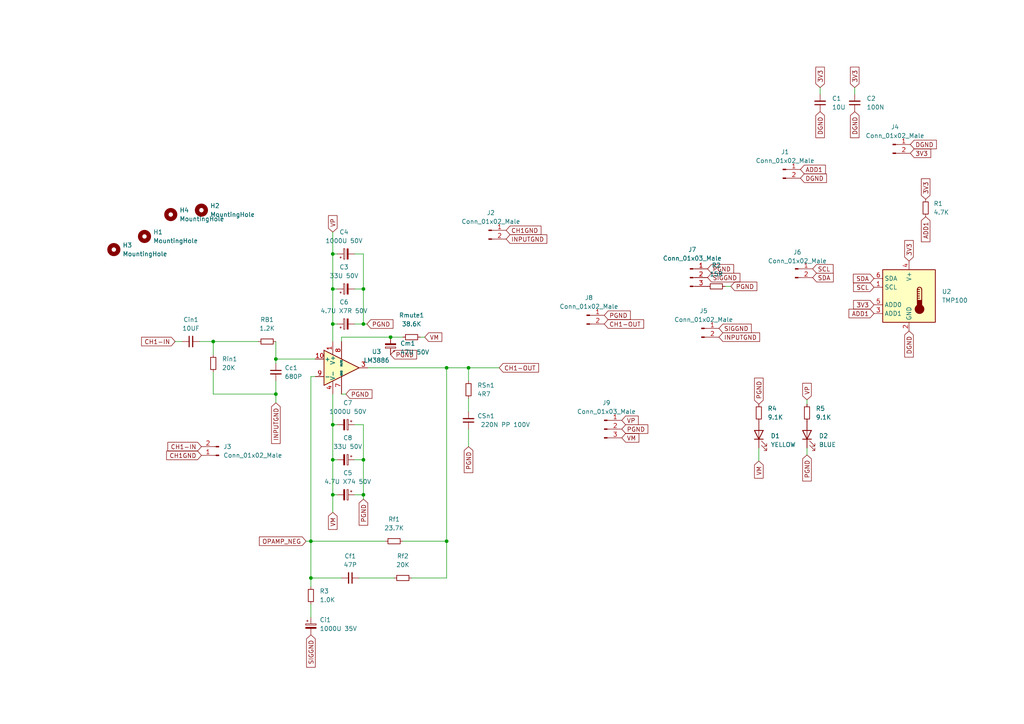
<source format=kicad_sch>
(kicad_sch (version 20230121) (generator eeschema)
  (paper "A4")
  (lib_symbols
    (symbol "Amplifier_Audio:LM3886" (pin_names (offset 0.127))
      (property "Reference" "U" (at 5.08 6.35 0))
      (property "Value" "LM3886" (at 5.08 3.81 0))
      (symbol "LM3886_0_1"
        (polyline (pts (xy -5.08 5.08) (xy 5.08 0) (xy -5.08 -5.08) (xy -5.08 5.08)) (stroke (width 0.254)) (fill (type background)))
      )
      (symbol "LM3886_1_1"
        (pin power_in line (at -2.54 7.62 270) (length 3.81) (name "V+") (number "1"))
        (pin input line (at -7.62 2.54 0) (length 2.54) (name "+") (number "10"))
        (pin no_connect line (at 2.54 2.54 270) (length 2.54) hide (name "NC") (number "11"))
        (pin no_connect line (at -2.54 2.54 270) (length 2.54) hide (name "NC") (number "2"))
        (pin output line (at 7.62 0 180) (length 2.54) (name "~") (number "3"))
        (pin power_in line (at -2.54 -7.62 90) (length 3.81) (name "V-") (number "4"))
        (pin passive line (at -2.54 7.62 270) (length 3.81) hide (name "V+") (number "5"))
        (pin no_connect line (at 0 2.54 270) (length 2.54) hide (name "NC") (number "6"))
        (pin power_in line (at 0 -7.62 90) (length 5.08) (name "GND") (number "7"))
        (pin input line (at 0 7.62 270) (length 5.08) (name "MUTE") (number "8"))
        (pin input line (at -7.62 -2.54 0) (length 2.54) (name "-") (number "9"))
      )
    )
    (symbol "Connector:Conn_01x02_Male" (pin_names (offset 1.016) hide)
      (property "Reference" "J" (at 0 2.54 0))
      (property "Value" "Conn_01x02_Male" (at 0 -5.08 0))
      (symbol "Conn_01x02_Male_1_1"
        (polyline (pts (xy 1.27 -2.54) (xy 0.8636 -2.54)) (stroke (width 0.1524)))
        (polyline (pts (xy 1.27 0) (xy 0.8636 0)) (stroke (width 0.1524)))
        (rectangle (start 0.8636 -2.413) (end 0 -2.667) (stroke (width 0.1524)) (fill (type outline)))
        (rectangle (start 0.8636 0.127) (end 0 -0.127) (stroke (width 0.1524)) (fill (type outline)))
        (pin passive line (at 5.08 0 180) (length 3.81) (name "Pin_1") (number "1"))
        (pin passive line (at 5.08 -2.54 180) (length 3.81) (name "Pin_2") (number "2"))
      )
    )
    (symbol "Connector:Conn_01x03_Male" (pin_names (offset 1.016) hide)
      (property "Reference" "J" (at 0 5.08 0))
      (property "Value" "Conn_01x03_Male" (at 0 -5.08 0))
      (symbol "Conn_01x03_Male_1_1"
        (polyline (pts (xy 1.27 -2.54) (xy 0.8636 -2.54)) (stroke (width 0.1524)))
        (polyline (pts (xy 1.27 0) (xy 0.8636 0)) (stroke (width 0.1524)))
        (polyline (pts (xy 1.27 2.54) (xy 0.8636 2.54)) (stroke (width 0.1524)))
        (rectangle (start 0.8636 -2.413) (end 0 -2.667) (stroke (width 0.1524)) (fill (type outline)))
        (rectangle (start 0.8636 0.127) (end 0 -0.127) (stroke (width 0.1524)) (fill (type outline)))
        (rectangle (start 0.8636 2.667) (end 0 2.413) (stroke (width 0.1524)) (fill (type outline)))
        (pin passive line (at 5.08 2.54 180) (length 3.81) (name "Pin_1") (number "1"))
        (pin passive line (at 5.08 0 180) (length 3.81) (name "Pin_2") (number "2"))
        (pin passive line (at 5.08 -2.54 180) (length 3.81) (name "Pin_3") (number "3"))
      )
    )
    (symbol "Device:C_Polarized_Small" (pin_numbers hide) (pin_names (offset 0.254) hide)
      (property "Reference" "C" (at 0.254 1.778 0))
      (property "Value" "C_Polarized_Small" (at 0.254 -2.032 0))
      (symbol "C_Polarized_Small_0_1"
        (rectangle (start -1.524 -0.3048) (end 1.524 -0.6858) (fill (type outline)))
        (rectangle (start -1.524 0.6858) (end 1.524 0.3048))
        (polyline (pts (xy -1.27 1.524) (xy -0.762 1.524)))
        (polyline (pts (xy -1.016 1.27) (xy -1.016 1.778)))
      )
      (symbol "C_Polarized_Small_1_1"
        (pin passive line (at 0 2.54 270) (length 1.8542) (name "~") (number "1"))
        (pin passive line (at 0 -2.54 90) (length 1.8542) (name "~") (number "2"))
      )
    )
    (symbol "Device:C_Small" (pin_numbers hide) (pin_names (offset 0.254) hide)
      (property "Reference" "C" (at 0.254 1.778 0))
      (property "Value" "C_Small" (at 0.254 -2.032 0))
      (symbol "C_Small_0_1"
        (polyline (pts (xy -1.524 -0.508) (xy 1.524 -0.508)) (stroke (width 0.3302)))
        (polyline (pts (xy -1.524 0.508) (xy 1.524 0.508)) (stroke (width 0.3048)))
      )
      (symbol "C_Small_1_1"
        (pin passive line (at 0 2.54 270) (length 2.032) (name "~") (number "1"))
        (pin passive line (at 0 -2.54 90) (length 2.032) (name "~") (number "2"))
      )
    )
    (symbol "Device:LED" (pin_numbers hide) (pin_names (offset 1.016) hide)
      (property "Reference" "D" (at 0 2.54 0))
      (property "Value" "LED" (at 0 -2.54 0))
      (symbol "LED_0_1"
        (polyline (pts (xy -1.27 -1.27) (xy -1.27 1.27)) (stroke (width 0.254)))
        (polyline (pts (xy -1.27 0) (xy 1.27 0)))
        (polyline (pts (xy 1.27 -1.27) (xy 1.27 1.27) (xy -1.27 0) (xy 1.27 -1.27)) (stroke (width 0.254)))
        (polyline (pts (xy -3.048 -0.762) (xy -4.572 -2.286) (xy -3.81 -2.286) (xy -4.572 -2.286) (xy -4.572 -1.524)))
        (polyline (pts (xy -1.778 -0.762) (xy -3.302 -2.286) (xy -2.54 -2.286) (xy -3.302 -2.286) (xy -3.302 -1.524)))
      )
      (symbol "LED_1_1"
        (pin passive line (at -3.81 0 0) (length 2.54) (name "K") (number "1"))
        (pin passive line (at 3.81 0 180) (length 2.54) (name "A") (number "2"))
      )
    )
    (symbol "Device:R_Small" (pin_numbers hide) (pin_names (offset 0.254) hide)
      (property "Reference" "R" (at 0.762 0.508 0))
      (property "Value" "R_Small" (at 0.762 -1.016 0))
      (symbol "R_Small_0_1"
        (rectangle (start -0.762 1.778) (end 0.762 -1.778) (stroke (width 0.2032)))
      )
      (symbol "R_Small_1_1"
        (pin passive line (at 0 2.54 270) (length 0.762) (name "~") (number "1"))
        (pin passive line (at 0 -2.54 90) (length 0.762) (name "~") (number "2"))
      )
    )
    (symbol "Mechanical:MountingHole" (pin_names (offset 1.016))
      (property "Reference" "H" (at 0 5.08 0))
      (property "Value" "MountingHole" (at 0 3.175 0))
      (symbol "MountingHole_0_1"
        (circle (center 0 0) (radius 1.27) (stroke (width 1.27)))
      )
    )
    (symbol "Sensor_Temperature:TMP100"
      (property "Reference" "U" (at 10.16 6.35 0))
      (property "Value" "TMP100" (at 12.7 3.81 0))
      (symbol "TMP100_0_1"
        (rectangle (start -7.62 7.62) (end 7.62 -7.62) (stroke (width 0.254)) (fill (type background)))
      )
      (symbol "TMP100_1_1"
        (polyline (pts (xy 2.413 -0.635) (xy 3.048 -0.635)) (stroke (width 0.254)))
        (polyline (pts (xy 2.413 0) (xy 3.048 0)) (stroke (width 0.254)))
        (polyline (pts (xy 2.413 0.635) (xy 3.048 0.635)) (stroke (width 0.254)))
        (polyline (pts (xy 2.413 1.27) (xy 3.048 1.27)) (stroke (width 0.254)))
        (polyline (pts (xy 2.413 1.905) (xy 2.413 -1.27)) (stroke (width 0.254)))
        (polyline (pts (xy 2.413 1.905) (xy 3.048 1.905)) (stroke (width 0.254)))
        (polyline (pts (xy 3.683 1.905) (xy 3.683 -1.27)) (stroke (width 0.254)))
        (circle (center 3.048 -3.81) (radius 1.27) (stroke (width 0.254)) (fill (type outline)))
        (rectangle (start 3.683 -3.175) (end 2.413 -1.27) (stroke (width 0.254)) (fill (type outline)))
        (arc (start 3.683 1.905) (mid 3.048 2.5373) (end 2.413 1.905) (stroke (width 0.254)))
        (pin input line (at -10.16 2.54 0) (length 2.54) (name "SCL") (number "1"))
        (pin power_in line (at 0 -10.16 90) (length 2.54) (name "GND") (number "2"))
        (pin input line (at -10.16 -5.08 0) (length 2.54) (name "ADD1") (number "3"))
        (pin power_in line (at 0 10.16 270) (length 2.54) (name "V+") (number "4"))
        (pin input line (at -10.16 -2.54 0) (length 2.54) (name "ADD0") (number "5"))
        (pin bidirectional line (at -10.16 5.08 0) (length 2.54) (name "SDA") (number "6"))
      )
    )
  )
  (junction (at 80.01 104.14))
  (junction (at 96.52 83.82))
  (junction (at 129.54 106.68))
  (junction (at 96.52 123.19))
  (junction (at 135.89 106.68))
  (junction (at 129.54 156.972))
  (junction (at 80.01 114.3))
  (junction (at 90.17 156.972))
  (junction (at 105.41 83.82))
  (junction (at 90.17 167.64))
  (junction (at 105.41 93.98))
  (junction (at 96.52 73.66))
  (junction (at 61.849 99.06))
  (junction (at 105.41 133.35))
  (junction (at 96.52 143.51))
  (junction (at 96.52 93.98))
  (junction (at 96.52 133.35))
  (junction (at 105.41 143.51))
  (junction (at 113.284 97.79))
  (wire (pts (xy 90.17 156.972) (xy 90.17 167.64)))
  (wire (pts (xy 116.84 156.972) (xy 129.54 156.972)))
  (wire (pts (xy 102.87 133.35) (xy 105.41 133.35)))
  (wire (pts (xy 80.01 104.14) (xy 91.44 104.14)))
  (wire (pts (xy 105.41 83.82) (xy 105.41 93.98)))
  (wire (pts (xy 135.89 115.57) (xy 135.89 119.38)))
  (wire (pts (xy 90.17 156.972) (xy 111.76 156.972)))
  (wire (pts (xy 121.92 97.79) (xy 123.19 97.79)))
  (wire (pts (xy 80.01 104.14) (xy 80.01 99.06)))
  (wire (pts (xy 61.849 114.3) (xy 80.01 114.3)))
  (wire (pts (xy 135.89 106.68) (xy 135.89 110.49)))
  (wire (pts (xy 88.773 156.972) (xy 90.17 156.972)))
  (wire (pts (xy 96.52 133.35) (xy 96.52 143.51)))
  (wire (pts (xy 96.52 123.19) (xy 96.52 133.35)))
  (wire (pts (xy 105.41 143.51) (xy 105.41 144.78)))
  (wire (pts (xy 129.54 106.68) (xy 129.54 156.972)))
  (wire (pts (xy 96.52 133.35) (xy 97.79 133.35)))
  (wire (pts (xy 129.54 156.972) (xy 129.54 167.64)))
  (wire (pts (xy 237.871 27.305) (xy 237.871 25.4)))
  (wire (pts (xy 105.41 73.66) (xy 105.41 83.82)))
  (wire (pts (xy 90.17 109.22) (xy 90.17 156.972)))
  (wire (pts (xy 119.38 167.64) (xy 129.54 167.64)))
  (wire (pts (xy 80.01 104.14) (xy 80.01 105.41)))
  (wire (pts (xy 105.41 93.98) (xy 106.426 93.98)))
  (wire (pts (xy 113.284 97.79) (xy 116.84 97.79)))
  (wire (pts (xy 96.52 143.51) (xy 97.79 143.51)))
  (wire (pts (xy 99.06 114.3) (xy 100.33 114.3)))
  (wire (pts (xy 102.87 73.66) (xy 105.41 73.66)))
  (wire (pts (xy 247.904 27.305) (xy 247.904 25.4)))
  (wire (pts (xy 50.8 99.06) (xy 52.832 99.06)))
  (wire (pts (xy 99.06 97.79) (xy 113.284 97.79)))
  (wire (pts (xy 61.849 99.06) (xy 61.849 102.87)))
  (wire (pts (xy 129.54 106.68) (xy 135.89 106.68)))
  (wire (pts (xy 96.52 83.82) (xy 97.79 83.82)))
  (wire (pts (xy 99.06 167.64) (xy 90.17 167.64)))
  (wire (pts (xy 102.87 143.51) (xy 105.41 143.51)))
  (wire (pts (xy 105.41 133.35) (xy 105.41 143.51)))
  (wire (pts (xy 96.52 73.66) (xy 96.52 83.82)))
  (wire (pts (xy 96.52 73.66) (xy 97.79 73.66)))
  (wire (pts (xy 105.41 123.19) (xy 105.41 133.35)))
  (wire (pts (xy 135.89 106.68) (xy 144.78 106.68)))
  (wire (pts (xy 220.091 133.731) (xy 220.091 129.921)))
  (wire (pts (xy 234.061 131.953) (xy 234.061 129.921)))
  (wire (pts (xy 61.849 107.95) (xy 61.849 114.3)))
  (wire (pts (xy 57.912 99.06) (xy 61.849 99.06)))
  (wire (pts (xy 91.44 109.22) (xy 90.17 109.22)))
  (wire (pts (xy 96.52 83.82) (xy 96.52 93.98)))
  (wire (pts (xy 135.89 124.46) (xy 135.89 129.54)))
  (wire (pts (xy 96.52 123.19) (xy 97.79 123.19)))
  (wire (pts (xy 80.01 114.3) (xy 80.01 110.49)))
  (wire (pts (xy 99.06 97.79) (xy 99.06 99.06)))
  (wire (pts (xy 102.87 83.82) (xy 105.41 83.82)))
  (wire (pts (xy 210.312 83.058) (xy 211.963 83.058)))
  (wire (pts (xy 90.17 175.26) (xy 90.17 179.07)))
  (wire (pts (xy 90.17 167.64) (xy 90.17 170.18)))
  (wire (pts (xy 102.87 93.98) (xy 105.41 93.98)))
  (wire (pts (xy 96.52 114.3) (xy 96.52 123.19)))
  (wire (pts (xy 106.68 106.68) (xy 129.54 106.68)))
  (wire (pts (xy 96.52 93.98) (xy 97.79 93.98)))
  (wire (pts (xy 96.52 143.51) (xy 96.52 148.59)))
  (wire (pts (xy 80.01 114.3) (xy 80.01 116.84)))
  (wire (pts (xy 104.14 167.64) (xy 114.3 167.64)))
  (wire (pts (xy 102.87 123.19) (xy 105.41 123.19)))
  (wire (pts (xy 234.061 115.951) (xy 234.061 117.221)))
  (wire (pts (xy 61.849 99.06) (xy 74.93 99.06)))
  (wire (pts (xy 96.52 93.98) (xy 96.52 99.06)))
  (wire (pts (xy 96.52 67.31) (xy 96.52 73.66)))
  (global_label "3V3" (shape input) (at 264.033 44.45 0) (property "Intersheetrefs" "${INTERSHEET_REFS}" (effects hide)))
  (global_label "ADD1" (shape input) (at 232.156 49.149 0) (property "Intersheetrefs" "${INTERSHEET_REFS}" (effects hide)))
  (global_label "CH1-OUT" (shape input) (at 144.78 106.68 0) (property "Intersheetrefs" "${INTERSHEET_REFS}" (effects hide)))
  (global_label "VP" (shape input) (at 234.061 115.951 90) (property "Intersheetrefs" "${INTERSHEET_REFS}" (effects hide)))
  (global_label "PGND" (shape input) (at 234.061 131.953 270) (property "Intersheetrefs" "${INTERSHEET_REFS}" (effects hide)))
  (global_label "DGND" (shape input) (at 237.871 32.385 270) (property "Intersheetrefs" "${INTERSHEET_REFS}" (effects hide)))
  (global_label "DGND" (shape input) (at 247.904 32.385 270) (property "Intersheetrefs" "${INTERSHEET_REFS}" (effects hide)))
  (global_label "PGND" (shape input) (at 105.41 144.78 270) (property "Intersheetrefs" "${INTERSHEET_REFS}" (effects hide)))
  (global_label "CH1-IN" (shape input) (at 58.42 129.54 180) (property "Intersheetrefs" "${INTERSHEET_REFS}" (effects hide)))
  (global_label "PGND" (shape input) (at 180.34 124.46 0) (property "Intersheetrefs" "${INTERSHEET_REFS}" (effects hide)))
  (global_label "CH1-IN" (shape input) (at 50.8 99.06 180) (property "Intersheetrefs" "${INTERSHEET_REFS}" (effects hide)))
  (global_label "PGND" (shape input) (at 211.963 83.058 0) (property "Intersheetrefs" "${INTERSHEET_REFS}" (effects hide)))
  (global_label "VP" (shape input) (at 180.34 121.92 0) (property "Intersheetrefs" "${INTERSHEET_REFS}" (effects hide)))
  (global_label "3V3" (shape input) (at 247.904 25.4 90) (property "Intersheetrefs" "${INTERSHEET_REFS}" (effects hide)))
  (global_label "SIGGND" (shape input) (at 90.17 184.15 270) (property "Intersheetrefs" "${INTERSHEET_REFS}" (effects hide)))
  (global_label "SIGGND" (shape input) (at 205.232 80.518 0) (property "Intersheetrefs" "${INTERSHEET_REFS}" (effects hide)))
  (global_label "OPAMP_NEG" (shape input) (at 88.773 156.972 180) (property "Intersheetrefs" "${INTERSHEET_REFS}" (effects hide)))
  (global_label "PGND" (shape input) (at 113.284 102.87 0) (property "Intersheetrefs" "${INTERSHEET_REFS}" (effects hide)))
  (global_label "PGND" (shape input) (at 205.232 77.978 0) (property "Intersheetrefs" "${INTERSHEET_REFS}" (effects hide)))
  (global_label "3V3" (shape input) (at 237.871 25.4 90) (property "Intersheetrefs" "${INTERSHEET_REFS}" (effects hide)))
  (global_label "DGND" (shape input) (at 264.033 41.91 0) (property "Intersheetrefs" "${INTERSHEET_REFS}" (effects hide)))
  (global_label "VM" (shape input) (at 180.34 127 0) (property "Intersheetrefs" "${INTERSHEET_REFS}" (effects hide)))
  (global_label "INPUTGND" (shape input) (at 146.812 69.342 0) (property "Intersheetrefs" "${INTERSHEET_REFS}" (effects hide)))
  (global_label "PGND" (shape input) (at 100.33 114.3 0) (property "Intersheetrefs" "${INTERSHEET_REFS}" (effects hide)))
  (global_label "SDA" (shape input) (at 235.712 80.518 0) (property "Intersheetrefs" "${INTERSHEET_REFS}" (effects hide)))
  (global_label "VM" (shape input) (at 220.091 133.731 270) (property "Intersheetrefs" "${INTERSHEET_REFS}" (effects hide)))
  (global_label "VP" (shape input) (at 96.52 67.31 90) (property "Intersheetrefs" "${INTERSHEET_REFS}" (effects hide)))
  (global_label "SIGGND" (shape input) (at 208.534 95.25 0) (property "Intersheetrefs" "${INTERSHEET_REFS}" (effects hide)))
  (global_label "3V3" (shape input) (at 268.478 57.785 90) (property "Intersheetrefs" "${INTERSHEET_REFS}" (effects hide)))
  (global_label "ADD1" (shape input) (at 268.478 62.865 270) (property "Intersheetrefs" "${INTERSHEET_REFS}" (effects hide)))
  (global_label "3V3" (shape input) (at 253.492 88.392 180) (property "Intersheetrefs" "${INTERSHEET_REFS}" (effects hide)))
  (global_label "PGND" (shape input) (at 220.091 117.221 90) (property "Intersheetrefs" "${INTERSHEET_REFS}" (effects hide)))
  (global_label "CH1GND" (shape input) (at 58.42 132.08 180) (property "Intersheetrefs" "${INTERSHEET_REFS}" (effects hide)))
  (global_label "CH1GND" (shape input) (at 146.812 66.802 0) (property "Intersheetrefs" "${INTERSHEET_REFS}" (effects hide)))
  (global_label "DGND" (shape input) (at 263.652 96.012 270) (property "Intersheetrefs" "${INTERSHEET_REFS}" (effects hide)))
  (global_label "PGND" (shape input) (at 106.426 93.98 0) (property "Intersheetrefs" "${INTERSHEET_REFS}" (effects hide)))
  (global_label "INPUTGND" (shape input) (at 80.01 116.84 270) (property "Intersheetrefs" "${INTERSHEET_REFS}" (effects hide)))
  (global_label "VM" (shape input) (at 123.19 97.79 0) (property "Intersheetrefs" "${INTERSHEET_REFS}" (effects hide)))
  (global_label "VM" (shape input) (at 96.52 148.59 270) (property "Intersheetrefs" "${INTERSHEET_REFS}" (effects hide)))
  (global_label "CH1-OUT" (shape input) (at 175.26 93.98 0) (property "Intersheetrefs" "${INTERSHEET_REFS}" (effects hide)))
  (global_label "3V3" (shape input) (at 263.652 75.692 90) (property "Intersheetrefs" "${INTERSHEET_REFS}" (effects hide)))
  (global_label "SDA" (shape input) (at 253.492 80.772 180) (property "Intersheetrefs" "${INTERSHEET_REFS}" (effects hide)))
  (global_label "SCL" (shape input) (at 235.712 77.978 0) (property "Intersheetrefs" "${INTERSHEET_REFS}" (effects hide)))
  (global_label "ADD1" (shape input) (at 253.492 90.932 180) (property "Intersheetrefs" "${INTERSHEET_REFS}" (effects hide)))
  (global_label "INPUTGND" (shape input) (at 208.534 97.79 0) (property "Intersheetrefs" "${INTERSHEET_REFS}" (effects hide)))
  (global_label "SCL" (shape input) (at 253.492 83.312 180) (property "Intersheetrefs" "${INTERSHEET_REFS}" (effects hide)))
  (global_label "DGND" (shape input) (at 232.156 51.689 0) (property "Intersheetrefs" "${INTERSHEET_REFS}" (effects hide)))
  (global_label "PGND" (shape input) (at 175.26 91.44 0) (property "Intersheetrefs" "${INTERSHEET_REFS}" (effects hide)))
  (global_label "PGND" (shape input) (at 135.89 129.54 270) (property "Intersheetrefs" "${INTERSHEET_REFS}" (effects hide)))
  (symbol (lib_id "Connector:Conn_01x03_Male") (at 175.26 124.46 0) (unit 1)
    (property "Reference" "J9" (at 175.895 116.84 0))
    (property "Value" "Conn_01x03_Male" (at 175.895 119.38 0))
    (property "Footprint" "Connector_JST:JST_VH_B3P-VH-B_1x03_P3.96mm_Vertical" (effects hide))
  )
  (symbol (lib_id "Device:R_Small") (at 234.061 119.761 180) (unit 1)
    (property "Reference" "R5" (at 236.601 118.4909 0) (effects (justify right)))
    (property "Value" "9.1K" (at 236.601 121.0309 0) (effects (justify right)))
    (property "Footprint" "Resistor_SMD:R_0805_2012Metric_Pad1.20x1.40mm_HandSolder" (effects hide))
  )
  (symbol (lib_id "Device:C_Polarized_Small") (at 100.33 143.51 270) (unit 1)
    (property "Reference" "C5" (at 100.8761 137.16 90))
    (property "Value" "4.7U X74 50V" (at 100.8761 139.7 90))
    (property "Footprint" "Capacitor_THT:C_Disc_D6.0mm_W4.4mm_P5.00mm" (effects hide))
  )
  (symbol (lib_id "Mechanical:MountingHole") (at 49.53 62.23 0) (unit 1)
    (property "Reference" "H4" (at 52.07 60.9599 0) (effects (justify left)))
    (property "Value" "MountingHole" (at 52.07 63.4999 0) (effects (justify left)))
    (property "Footprint" "MountingHole:MountingHole_3mm" (effects hide))
  )
  (symbol (lib_id "Device:R_Small") (at 207.772 83.058 90) (unit 1)
    (property "Reference" "R2" (at 207.772 76.962 90))
    (property "Value" "15R" (at 207.772 79.502 90))
    (property "Footprint" "Resistor_SMD:R_0805_2012Metric_Pad1.20x1.40mm_HandSolder" (effects hide))
  )
  (symbol (lib_id "Device:C_Polarized_Small") (at 90.17 181.61 0) (unit 1)
    (property "Reference" "Ci1" (at 92.71 179.7938 0) (effects (justify left)))
    (property "Value" "1000U 35V" (at 92.71 182.3338 0) (effects (justify left)))
    (property "Footprint" "Capacitor_THT:CP_Radial_D16.0mm_P7.50mm" (effects hide))
  )
  (symbol (lib_id "Device:R_Small") (at 135.89 113.03 180) (unit 1)
    (property "Reference" "RSn1" (at 138.43 111.7599 0) (effects (justify right)))
    (property "Value" "4R7" (at 138.43 114.2999 0) (effects (justify right)))
    (property "Footprint" "Resistor_THT:R_Axial_DIN0411_L9.9mm_D3.6mm_P12.70mm_Horizontal" (effects hide))
  )
  (symbol (lib_id "Device:R_Small") (at 114.3 156.972 270) (unit 1)
    (property "Reference" "Rf1" (at 114.3 150.622 90))
    (property "Value" "23.7K" (at 114.3 153.162 90))
    (property "Footprint" "Resistor_THT:R_Axial_DIN0207_L6.3mm_D2.5mm_P10.16mm_Horizontal" (effects hide))
  )
  (symbol (lib_id "Device:R_Small") (at 268.478 60.325 0) (unit 1)
    (property "Reference" "R1" (at 270.764 59.0549 0) (effects (justify left)))
    (property "Value" "4.7K" (at 270.764 61.5949 0) (effects (justify left)))
    (property "Footprint" "Resistor_SMD:R_0603_1608Metric_Pad0.98x0.95mm_HandSolder" (effects hide))
  )
  (symbol (lib_id "Connector:Conn_01x02_Male") (at 63.5 132.08 180) (unit 1)
    (property "Reference" "J3" (at 64.77 129.5399 0) (effects (justify right)))
    (property "Value" "Conn_01x02_Male" (at 64.77 132.0799 0) (effects (justify right)))
    (property "Footprint" "Connector_JST:JST_PH_B2B-PH-K_1x02_P2.00mm_Vertical" (effects hide))
  )
  (symbol (lib_id "Device:R_Small") (at 90.17 172.72 0) (unit 1)
    (property "Reference" "R3" (at 92.71 171.4499 0) (effects (justify left)))
    (property "Value" "1.0K" (at 92.71 173.9899 0) (effects (justify left)))
    (property "Footprint" "Resistor_THT:R_Axial_DIN0207_L6.3mm_D2.5mm_P10.16mm_Horizontal" (effects hide))
  )
  (symbol (lib_id "Device:C_Small") (at 55.372 99.06 90) (unit 1)
    (property "Reference" "Cin1" (at 55.3783 92.71 90))
    (property "Value" "10UF" (at 55.3783 95.25 90))
    (property "Footprint" "Capacitor_THT:CP_Radial_D5.0mm_P2.00mm" (effects hide))
  )
  (symbol (lib_id "Mechanical:MountingHole") (at 33.02 72.39 0) (unit 1)
    (property "Reference" "H3" (at 35.56 71.1199 0) (effects (justify left)))
    (property "Value" "MountingHole" (at 35.56 73.6599 0) (effects (justify left)))
    (property "Footprint" "MountingHole:MountingHole_3mm" (effects hide))
  )
  (symbol (lib_id "Device:R_Small") (at 116.84 167.64 270) (unit 1)
    (property "Reference" "Rf2" (at 116.84 161.29 90))
    (property "Value" "20K" (at 116.84 163.83 90))
    (property "Footprint" "Resistor_THT:R_Axial_DIN0207_L6.3mm_D2.5mm_P10.16mm_Horizontal" (effects hide))
  )
  (symbol (lib_id "Device:R_Small") (at 220.091 119.761 180) (unit 1)
    (property "Reference" "R4" (at 222.631 118.4909 0) (effects (justify right)))
    (property "Value" "9.1K" (at 222.631 121.0309 0) (effects (justify right)))
    (property "Footprint" "Resistor_SMD:R_0805_2012Metric_Pad1.20x1.40mm_HandSolder" (effects hide))
  )
  (symbol (lib_id "Device:C_Small") (at 237.871 29.845 180) (unit 1)
    (property "Reference" "C1" (at 241.3 28.5685 0) (effects (justify right)))
    (property "Value" "10U" (at 241.3 31.1085 0) (effects (justify right)))
    (property "Footprint" "Resistor_SMD:R_1206_3216Metric_Pad1.30x1.75mm_HandSolder" (effects hide))
  )
  (symbol (lib_id "Mechanical:MountingHole") (at 41.91 68.58 0) (unit 1)
    (property "Reference" "H1" (at 44.45 67.3099 0) (effects (justify left)))
    (property "Value" "MountingHole" (at 44.45 69.8499 0) (effects (justify left)))
    (property "Footprint" "MountingHole:MountingHole_3mm" (effects hide))
  )
  (symbol (lib_id "Connector:Conn_01x02_Male") (at 230.632 77.978 0) (unit 1)
    (property "Reference" "J6" (at 231.267 73.152 0))
    (property "Value" "Conn_01x02_Male" (at 231.267 75.692 0))
    (property "Footprint" "Connector_JST:JST_PH_B2B-PH-K_1x02_P2.00mm_Vertical" (effects hide))
  )
  (symbol (lib_id "Device:LED") (at 220.091 126.111 90) (unit 1)
    (property "Reference" "D1" (at 223.52 126.4284 90) (effects (justify right)))
    (property "Value" "YELLOW" (at 223.52 128.9684 90) (effects (justify right)))
    (property "Footprint" "LED_SMD:LED_0805_2012Metric_Pad1.15x1.40mm_HandSolder" (effects hide))
  )
  (symbol (lib_id "Device:R_Small") (at 61.849 105.41 180) (unit 1)
    (property "Reference" "Rin1" (at 64.389 104.1399 0) (effects (justify right)))
    (property "Value" "20K" (at 64.389 106.6799 0) (effects (justify right)))
    (property "Footprint" "Resistor_THT:R_Axial_DIN0207_L6.3mm_D2.5mm_P10.16mm_Horizontal" (effects hide))
  )
  (symbol (lib_id "Device:C_Small") (at 101.6 167.64 270) (unit 1)
    (property "Reference" "Cf1" (at 101.5936 161.29 90))
    (property "Value" "47P" (at 101.5936 163.83 90))
    (property "Footprint" "Capacitor_THT:C_Disc_D9.0mm_W5.0mm_P7.50mm" (effects hide))
  )
  (symbol (lib_id "Connector:Conn_01x02_Male") (at 141.732 66.802 0) (unit 1)
    (property "Reference" "J2" (at 142.367 61.722 0))
    (property "Value" "Conn_01x02_Male" (at 142.367 64.262 0))
    (property "Footprint" "Connector_PinHeader_2.54mm:PinHeader_1x02_P2.54mm_Vertical" (effects hide))
  )
  (symbol (lib_id "Mechanical:MountingHole") (at 58.42 60.96 0) (unit 1)
    (property "Reference" "H2" (at 60.96 59.6899 0) (effects (justify left)))
    (property "Value" "MountingHole" (at 60.96 62.2299 0) (effects (justify left)))
    (property "Footprint" "MountingHole:MountingHole_3mm" (effects hide))
  )
  (symbol (lib_id "Connector:Conn_01x02_Male") (at 170.18 91.44 0) (unit 1)
    (property "Reference" "J8" (at 170.815 86.36 0))
    (property "Value" "Conn_01x02_Male" (at 170.815 88.9 0))
    (property "Footprint" "Connector_JST:JST_VH_B2P-VH_1x02_P3.96mm_Vertical" (effects hide))
  )
  (symbol (lib_id "Connector:Conn_01x02_Male") (at 203.454 95.25 0) (unit 1)
    (property "Reference" "J5" (at 204.089 90.17 0))
    (property "Value" "Conn_01x02_Male" (at 204.089 92.71 0))
    (property "Footprint" "Connector_PinHeader_2.54mm:PinHeader_1x02_P2.54mm_Vertical" (effects hide))
  )
  (symbol (lib_id "Device:C_Polarized_Small") (at 100.33 83.82 90) (unit 1)
    (property "Reference" "C3" (at 99.7839 77.47 90))
    (property "Value" "33U 50V" (at 99.7839 80.01 90))
    (property "Footprint" "Capacitor_THT:CP_Radial_D6.3mm_P2.50mm" (effects hide))
  )
  (symbol (lib_id "Connector:Conn_01x02_Male") (at 258.953 41.91 0) (unit 1)
    (property "Reference" "J4" (at 259.588 36.83 0))
    (property "Value" "Conn_01x02_Male" (at 259.588 39.37 0))
    (property "Footprint" "Connector_JST:JST_PH_B2B-PH-K_1x02_P2.00mm_Vertical" (effects hide))
  )
  (symbol (lib_id "Device:C_Small") (at 247.904 29.845 180) (unit 1)
    (property "Reference" "C2" (at 251.333 28.5685 0) (effects (justify right)))
    (property "Value" "100N" (at 251.333 31.1085 0) (effects (justify right)))
    (property "Footprint" "Resistor_SMD:R_0805_2012Metric_Pad1.20x1.40mm_HandSolder" (effects hide))
  )
  (symbol (lib_id "Device:C_Small") (at 135.89 121.92 180) (unit 1)
    (property "Reference" "CSn1" (at 138.43 120.6435 0) (effects (justify right)))
    (property "Value" " 220N PP 100V" (at 138.43 123.1835 0) (effects (justify right)))
    (property "Footprint" "Capacitor_THT:C_Rect_L18.0mm_W7.0mm_P15.00mm_FKS3_FKP3" (effects hide))
  )
  (symbol (lib_id "Amplifier_Audio:LM3886") (at 99.06 106.68 0) (unit 1)
    (property "Reference" "U3" (at 109.22 101.981 0))
    (property "Value" "LM3886" (at 109.22 104.521 0))
    (property "Footprint" "Package_TO_SOT_THT:TO-220-11_P3.4x5.08mm_StaggerOdd_Lead4.85mm_Vertical" (effects hide))
    (property "Datasheet" "http://www.ti.com/lit/ds/symlink/lm3886.pdf" (effects hide))
  )
  (symbol (lib_id "Device:C_Polarized_Small") (at 113.284 100.33 180) (unit 1)
    (property "Reference" "Cm1" (at 116.078 99.606 0) (effects (justify right)))
    (property "Value" "47U 50V" (at 116.078 102.146 0) (effects (justify right)))
    (property "Footprint" "Capacitor_THT:CP_Radial_D6.3mm_P2.50mm" (effects hide))
  )
  (symbol (lib_id "Device:LED") (at 234.061 126.111 90) (unit 1)
    (property "Reference" "D2" (at 237.49 126.4284 90) (effects (justify right)))
    (property "Value" "BLUE" (at 237.49 128.9684 90) (effects (justify right)))
    (property "Footprint" "LED_SMD:LED_0805_2012Metric_Pad1.15x1.40mm_HandSolder" (effects hide))
  )
  (symbol (lib_id "Device:C_Polarized_Small") (at 100.33 93.98 90) (unit 1)
    (property "Reference" "C6" (at 99.7839 87.63 90))
    (property "Value" "4.7U X7R 50V" (at 99.7839 90.17 90))
    (property "Footprint" "Capacitor_THT:C_Disc_D6.0mm_W4.4mm_P5.00mm" (effects hide))
  )
  (symbol (lib_id "Device:R_Small") (at 119.38 97.79 90) (unit 1)
    (property "Reference" "Rmute1" (at 119.38 91.44 90))
    (property "Value" "38.6K" (at 119.38 93.98 90))
    (property "Footprint" "Resistor_THT:R_Axial_DIN0207_L6.3mm_D2.5mm_P10.16mm_Horizontal" (effects hide))
  )
  (symbol (lib_id "Connector:Conn_01x02_Male") (at 227.076 49.149 0) (unit 1)
    (property "Reference" "J1" (at 227.711 44.069 0))
    (property "Value" "Conn_01x02_Male" (at 227.711 46.609 0))
    (property "Footprint" "Connector_PinHeader_2.54mm:PinHeader_1x02_P2.54mm_Vertical" (effects hide))
  )
  (symbol (lib_id "Device:R_Small") (at 77.47 99.06 90) (unit 1)
    (property "Reference" "RB1" (at 77.47 92.71 90))
    (property "Value" "1.2K" (at 77.47 95.25 90))
    (property "Footprint" "Resistor_THT:R_Axial_DIN0207_L6.3mm_D2.5mm_P10.16mm_Horizontal" (effects hide))
  )
  (symbol (lib_id "Connector:Conn_01x03_Male") (at 200.152 80.518 0) (unit 1)
    (property "Reference" "J7" (at 200.787 72.39 0))
    (property "Value" "Conn_01x03_Male" (at 200.787 74.93 0))
    (property "Footprint" "Connector_PinHeader_2.54mm:PinHeader_1x03_P2.54mm_Vertical" (effects hide))
  )
  (symbol (lib_id "Device:C_Polarized_Small") (at 100.33 123.19 270) (unit 1)
    (property "Reference" "C7" (at 100.8761 116.84 90))
    (property "Value" "1000U 50V" (at 100.8761 119.38 90))
    (property "Footprint" "Capacitor_THT:CP_Radial_D12.5mm_P5.00mm" (effects hide))
  )
  (symbol (lib_id "Device:C_Polarized_Small") (at 100.33 133.35 270) (unit 1)
    (property "Reference" "C8" (at 100.8761 127 90))
    (property "Value" "33U 50V" (at 100.8761 129.54 90))
    (property "Footprint" "Capacitor_THT:CP_Radial_D6.3mm_P2.50mm" (effects hide))
  )
  (symbol (lib_id "Device:C_Small") (at 80.01 107.95 0) (unit 1)
    (property "Reference" "Cc1" (at 82.55 106.6862 0) (effects (justify left)))
    (property "Value" "680P" (at 82.55 109.2262 0) (effects (justify left)))
    (property "Footprint" "Capacitor_THT:C_Disc_D11.0mm_W5.0mm_P10.00mm" (effects hide))
  )
  (symbol (lib_id "Device:C_Polarized_Small") (at 100.33 73.66 90) (unit 1)
    (property "Reference" "C4" (at 99.7839 67.31 90))
    (property "Value" "1000U 50V" (at 99.7839 69.85 90))
    (property "Footprint" "Capacitor_THT:CP_Radial_D12.5mm_P5.00mm" (effects hide))
  )
  (symbol (lib_id "Sensor_Temperature:TMP100") (at 263.652 85.852 0) (unit 1)
    (property "Reference" "U2" (at 273.177 84.5819 0) (effects (justify left)))
    (property "Value" "TMP100" (at 273.177 87.1219 0) (effects (justify left)))
    (property "Footprint" "Package_TO_SOT_SMD:SOT-23-6" (effects hide))
    (property "Datasheet" "http://www.ti.com/lit/gpn/tmp100" (effects hide))
  )
)
</source>
